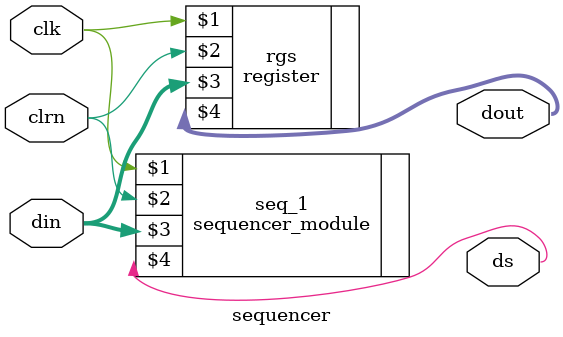
<source format=v>
module sequencer(clk,clrn,din,ds,dout);
input clk,clrn;
input [7:0]din;
output [7:0]dout;
output ds;

register rgs(clk,clrn,din,dout);
sequencer_module seq_1(clk,clrn,din,ds);

endmodule
</source>
